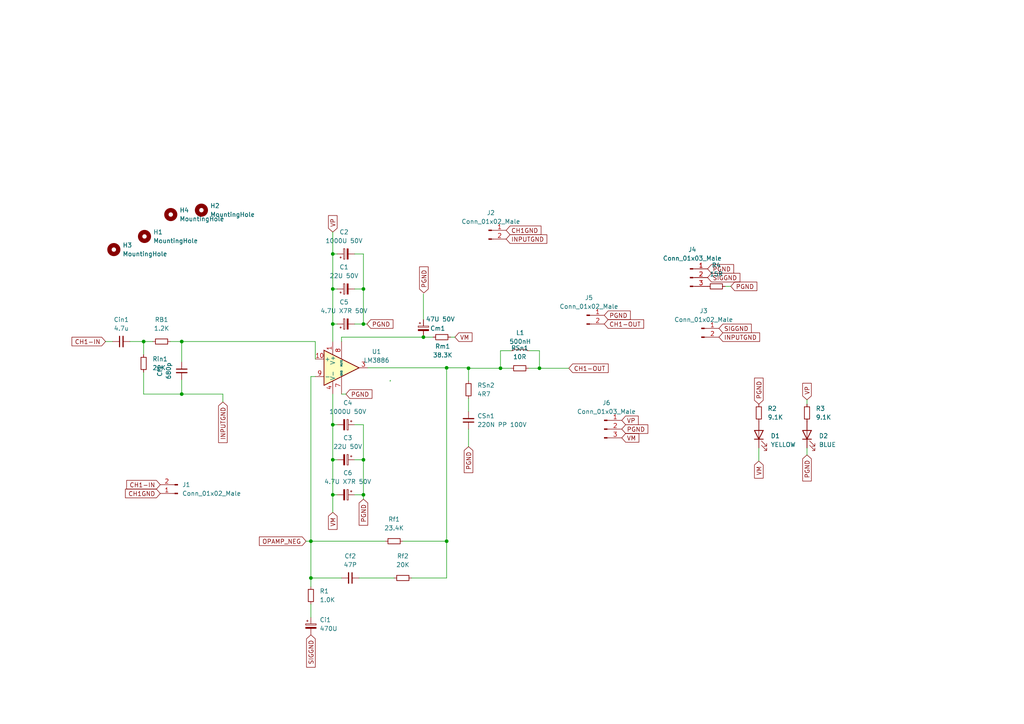
<source format=kicad_sch>
(kicad_sch (version 20231120) (generator "eeschema") (generator_version "8.0")
  (paper "A4")
  (lib_symbols
    (symbol "Amplifier_Audio:LM3886" (pin_names (offset 0.127))
      (property "Reference" "U" (at 5.08 6.35 0))
      (property "Value" "LM3886" (at 5.08 3.81 0))
      (symbol "LM3886_0_1"
        (polyline (pts (xy -5.08 5.08) (xy 5.08 0) (xy -5.08 -5.08) (xy -5.08 5.08)) (stroke (width 0.254)) (fill (type background)))
      )
      (symbol "LM3886_1_1"
        (pin power_in line (at -2.54 7.62 270) (length 3.81) (name "V+") (number "1"))
        (pin input line (at -7.62 2.54 0) (length 2.54) (name "+") (number "10"))
        (pin no_connect line (at 2.54 2.54 270) (length 2.54) hide (name "NC") (number "11"))
        (pin no_connect line (at -2.54 2.54 270) (length 2.54) hide (name "NC") (number "2"))
        (pin output line (at 7.62 0 180) (length 2.54) (name "~") (number "3"))
        (pin power_in line (at -2.54 -7.62 90) (length 3.81) (name "V-") (number "4"))
        (pin passive line (at -2.54 7.62 270) (length 3.81) hide (name "V+") (number "5"))
        (pin no_connect line (at 0 2.54 270) (length 2.54) hide (name "NC") (number "6"))
        (pin power_in line (at 0 -7.62 90) (length 5.08) (name "GND") (number "7"))
        (pin input line (at 0 7.62 270) (length 5.08) (name "MUTE") (number "8"))
        (pin input line (at -7.62 -2.54 0) (length 2.54) (name "-") (number "9"))
      )
    )
    (symbol "Connector:Conn_01x02_Male" (pin_names (offset 1.016) hide)
      (property "Reference" "J" (at 0 2.54 0))
      (property "Value" "Conn_01x02_Male" (at 0 -5.08 0))
      (symbol "Conn_01x02_Male_1_1"
        (polyline (pts (xy 1.27 -2.54) (xy 0.8636 -2.54)) (stroke (width 0.1524)))
        (polyline (pts (xy 1.27 0) (xy 0.8636 0)) (stroke (width 0.1524)))
        (rectangle (start 0.8636 -2.413) (end 0 -2.667) (stroke (width 0.1524)) (fill (type outline)))
        (rectangle (start 0.8636 0.127) (end 0 -0.127) (stroke (width 0.1524)) (fill (type outline)))
        (pin passive line (at 5.08 0 180) (length 3.81) (name "Pin_1") (number "1"))
        (pin passive line (at 5.08 -2.54 180) (length 3.81) (name "Pin_2") (number "2"))
      )
    )
    (symbol "Connector:Conn_01x03_Male" (pin_names (offset 1.016) hide)
      (property "Reference" "J" (at 0 5.08 0))
      (property "Value" "Conn_01x03_Male" (at 0 -5.08 0))
      (symbol "Conn_01x03_Male_1_1"
        (polyline (pts (xy 1.27 -2.54) (xy 0.8636 -2.54)) (stroke (width 0.1524)))
        (polyline (pts (xy 1.27 0) (xy 0.8636 0)) (stroke (width 0.1524)))
        (polyline (pts (xy 1.27 2.54) (xy 0.8636 2.54)) (stroke (width 0.1524)))
        (rectangle (start 0.8636 -2.413) (end 0 -2.667) (stroke (width 0.1524)) (fill (type outline)))
        (rectangle (start 0.8636 0.127) (end 0 -0.127) (stroke (width 0.1524)) (fill (type outline)))
        (rectangle (start 0.8636 2.667) (end 0 2.413) (stroke (width 0.1524)) (fill (type outline)))
        (pin passive line (at 5.08 2.54 180) (length 3.81) (name "Pin_1") (number "1"))
        (pin passive line (at 5.08 0 180) (length 3.81) (name "Pin_2") (number "2"))
        (pin passive line (at 5.08 -2.54 180) (length 3.81) (name "Pin_3") (number "3"))
      )
    )
    (symbol "Device:C_Polarized_Small" (pin_numbers hide) (pin_names (offset 0.254) hide)
      (property "Reference" "C" (at 0.254 1.778 0))
      (property "Value" "C_Polarized_Small" (at 0.254 -2.032 0))
      (symbol "C_Polarized_Small_0_1"
        (rectangle (start -1.524 -0.3048) (end 1.524 -0.6858) (fill (type outline)))
        (rectangle (start -1.524 0.6858) (end 1.524 0.3048))
        (polyline (pts (xy -1.27 1.524) (xy -0.762 1.524)))
        (polyline (pts (xy -1.016 1.27) (xy -1.016 1.778)))
      )
      (symbol "C_Polarized_Small_1_1"
        (pin passive line (at 0 2.54 270) (length 1.8542) (name "~") (number "1"))
        (pin passive line (at 0 -2.54 90) (length 1.8542) (name "~") (number "2"))
      )
    )
    (symbol "Device:C_Small" (pin_numbers hide) (pin_names (offset 0.254) hide)
      (property "Reference" "C" (at 0.254 1.778 0))
      (property "Value" "C_Small" (at 0.254 -2.032 0))
      (symbol "C_Small_0_1"
        (polyline (pts (xy -1.524 -0.508) (xy 1.524 -0.508)) (stroke (width 0.3302)))
        (polyline (pts (xy -1.524 0.508) (xy 1.524 0.508)) (stroke (width 0.3048)))
      )
      (symbol "C_Small_1_1"
        (pin passive line (at 0 2.54 270) (length 2.032) (name "~") (number "1"))
        (pin passive line (at 0 -2.54 90) (length 2.032) (name "~") (number "2"))
      )
    )
    (symbol "Device:LED" (pin_numbers hide) (pin_names (offset 1.016) hide)
      (property "Reference" "D" (at 0 2.54 0))
      (property "Value" "LED" (at 0 -2.54 0))
      (symbol "LED_0_1"
        (polyline (pts (xy -1.27 -1.27) (xy -1.27 1.27)) (stroke (width 0.254)))
        (polyline (pts (xy -1.27 0) (xy 1.27 0)))
        (polyline (pts (xy 1.27 -1.27) (xy 1.27 1.27) (xy -1.27 0) (xy 1.27 -1.27)) (stroke (width 0.254)))
        (polyline (pts (xy -3.048 -0.762) (xy -4.572 -2.286) (xy -3.81 -2.286) (xy -4.572 -2.286) (xy -4.572 -1.524)))
        (polyline (pts (xy -1.778 -0.762) (xy -3.302 -2.286) (xy -2.54 -2.286) (xy -3.302 -2.286) (xy -3.302 -1.524)))
      )
      (symbol "LED_1_1"
        (pin passive line (at -3.81 0 0) (length 2.54) (name "K") (number "1"))
        (pin passive line (at 3.81 0 180) (length 2.54) (name "A") (number "2"))
      )
    )
    (symbol "Device:L_Small" (pin_numbers hide) (pin_names (offset 0.254) hide)
      (property "Reference" "L" (at 0.762 1.016 0))
      (property "Value" "L_Small" (at 0.762 -1.016 0))
      (symbol "L_Small_0_1"
        (arc (start 0 -2.032) (mid 0.5058 -1.524) (end 0 -1.016))
        (arc (start 0 -1.016) (mid 0.5058 -0.508) (end 0 0))
        (arc (start 0 0) (mid 0.5058 0.508) (end 0 1.016))
        (arc (start 0 1.016) (mid 0.5058 1.524) (end 0 2.032))
      )
      (symbol "L_Small_1_1"
        (pin passive line (at 0 2.54 270) (length 0.508) (name "~") (number "1"))
        (pin passive line (at 0 -2.54 90) (length 0.508) (name "~") (number "2"))
      )
    )
    (symbol "Device:R_Small" (pin_numbers hide) (pin_names (offset 0.254) hide)
      (property "Reference" "R" (at 0.762 0.508 0))
      (property "Value" "R_Small" (at 0.762 -1.016 0))
      (symbol "R_Small_0_1"
        (rectangle (start -0.762 1.778) (end 0.762 -1.778) (stroke (width 0.2032)))
      )
      (symbol "R_Small_1_1"
        (pin passive line (at 0 2.54 270) (length 0.762) (name "~") (number "1"))
        (pin passive line (at 0 -2.54 90) (length 0.762) (name "~") (number "2"))
      )
    )
    (symbol "Mechanical:MountingHole" (pin_names (offset 1.016))
      (property "Reference" "H" (at 0 5.08 0))
      (property "Value" "MountingHole" (at 0 3.175 0))
      (symbol "MountingHole_0_1"
        (circle (center 0 0) (radius 1.27) (stroke (width 1.27)))
      )
    )
  )
  (junction (at 96.52 83.82))
  (junction (at 145.161 106.807))
  (junction (at 129.54 106.68))
  (junction (at 96.52 123.19))
  (junction (at 156.464 106.807))
  (junction (at 135.89 106.807))
  (junction (at 52.705 114.3))
  (junction (at 129.54 156.972))
  (junction (at 90.17 156.972))
  (junction (at 105.41 83.82))
  (junction (at 90.17 167.64))
  (junction (at 122.809 97.79))
  (junction (at 105.41 93.98))
  (junction (at 96.52 73.66))
  (junction (at 41.656 99.06))
  (junction (at 105.41 133.35))
  (junction (at 52.705 99.06))
  (junction (at 96.52 143.51))
  (junction (at 96.52 93.98))
  (junction (at 96.52 133.35))
  (junction (at 105.41 143.51))
  (wire (pts (xy 90.17 156.972) (xy 90.17 167.64)))
  (wire (pts (xy 116.84 156.972) (xy 129.54 156.972)))
  (wire (pts (xy 102.87 133.35) (xy 105.41 133.35)))
  (wire (pts (xy 122.809 97.79) (xy 125.603 97.79)))
  (wire (pts (xy 105.41 83.82) (xy 105.41 93.98)))
  (wire (pts (xy 52.705 99.06) (xy 91.44 99.06)))
  (wire (pts (xy 135.89 115.57) (xy 135.89 119.38)))
  (wire (pts (xy 90.17 156.972) (xy 111.76 156.972)))
  (wire (pts (xy 130.683 97.79) (xy 131.953 97.79)))
  (wire (pts (xy 41.656 114.3) (xy 52.705 114.3)))
  (wire (pts (xy 88.773 156.972) (xy 90.17 156.972)))
  (wire (pts (xy 96.52 133.35) (xy 96.52 143.51)))
  (wire (pts (xy 96.52 123.19) (xy 96.52 133.35)))
  (wire (pts (xy 122.809 85.217) (xy 122.809 92.71)))
  (wire (pts (xy 113.157 110.363) (xy 113.284 110.363)))
  (wire (pts (xy 105.41 143.51) (xy 105.41 144.78)))
  (wire (pts (xy 129.54 106.68) (xy 129.54 156.972)))
  (wire (pts (xy 91.44 99.06) (xy 91.44 104.14)))
  (wire (pts (xy 96.52 133.35) (xy 97.79 133.35)))
  (wire (pts (xy 129.54 156.972) (xy 129.54 167.64)))
  (wire (pts (xy 105.41 73.66) (xy 105.41 83.82)))
  (wire (pts (xy 90.17 109.22) (xy 90.17 156.972)))
  (wire (pts (xy 119.38 167.64) (xy 129.54 167.64)))
  (wire (pts (xy 105.41 93.98) (xy 106.426 93.98)))
  (wire (pts (xy 113.157 110.617) (xy 113.157 110.363)))
  (wire (pts (xy 96.52 143.51) (xy 97.79 143.51)))
  (wire (pts (xy 99.06 114.3) (xy 100.33 114.3)))
  (wire (pts (xy 102.87 73.66) (xy 105.41 73.66)))
  (wire (pts (xy 156.464 106.807) (xy 164.973 106.807)))
  (wire (pts (xy 30.607 99.06) (xy 32.639 99.06)))
  (wire (pts (xy 99.06 97.79) (xy 122.809 97.79)))
  (wire (pts (xy 135.89 106.807) (xy 135.89 110.49)))
  (wire (pts (xy 49.403 99.06) (xy 52.705 99.06)))
  (wire (pts (xy 41.656 99.06) (xy 41.656 102.87)))
  (wire (pts (xy 156.464 101.727) (xy 156.464 106.807)))
  (wire (pts (xy 52.705 114.3) (xy 64.643 114.3)))
  (wire (pts (xy 129.54 106.68) (xy 135.89 106.68)))
  (wire (pts (xy 96.52 83.82) (xy 97.79 83.82)))
  (wire (pts (xy 153.289 106.807) (xy 156.464 106.807)))
  (wire (pts (xy 99.06 167.64) (xy 90.17 167.64)))
  (wire (pts (xy 102.87 143.51) (xy 105.41 143.51)))
  (wire (pts (xy 153.416 101.727) (xy 156.464 101.727)))
  (wire (pts (xy 52.705 110.109) (xy 52.705 114.3)))
  (wire (pts (xy 148.336 101.727) (xy 145.161 101.727)))
  (wire (pts (xy 145.161 106.807) (xy 148.209 106.807)))
  (wire (pts (xy 105.41 133.35) (xy 105.41 143.51)))
  (wire (pts (xy 135.89 106.807) (xy 135.89 106.68)))
  (wire (pts (xy 96.52 73.66) (xy 96.52 83.82)))
  (wire (pts (xy 96.52 73.66) (xy 97.79 73.66)))
  (wire (pts (xy 105.41 123.19) (xy 105.41 133.35)))
  (wire (pts (xy 135.89 106.807) (xy 145.161 106.807)))
  (wire (pts (xy 220.091 133.731) (xy 220.091 129.921)))
  (wire (pts (xy 234.061 131.953) (xy 234.061 129.921)))
  (wire (pts (xy 41.656 107.95) (xy 41.656 114.3)))
  (wire (pts (xy 37.719 99.06) (xy 41.656 99.06)))
  (wire (pts (xy 91.44 109.22) (xy 90.17 109.22)))
  (wire (pts (xy 96.52 83.82) (xy 96.52 93.98)))
  (wire (pts (xy 135.89 124.46) (xy 135.89 129.54)))
  (wire (pts (xy 96.52 123.19) (xy 97.79 123.19)))
  (wire (pts (xy 99.06 97.79) (xy 99.06 99.06)))
  (wire (pts (xy 102.87 83.82) (xy 105.41 83.82)))
  (wire (pts (xy 210.312 83.058) (xy 211.963 83.058)))
  (wire (pts (xy 90.17 175.26) (xy 90.17 179.07)))
  (wire (pts (xy 90.17 167.64) (xy 90.17 170.18)))
  (wire (pts (xy 102.87 93.98) (xy 105.41 93.98)))
  (wire (pts (xy 96.52 114.3) (xy 96.52 123.19)))
  (wire (pts (xy 106.68 106.68) (xy 129.54 106.68)))
  (wire (pts (xy 96.52 93.98) (xy 97.79 93.98)))
  (wire (pts (xy 96.52 143.51) (xy 96.52 148.59)))
  (wire (pts (xy 52.705 99.06) (xy 52.705 105.029)))
  (wire (pts (xy 64.643 114.3) (xy 64.643 116.586)))
  (wire (pts (xy 104.14 167.64) (xy 114.3 167.64)))
  (wire (pts (xy 145.161 101.727) (xy 145.161 106.807)))
  (wire (pts (xy 102.87 123.19) (xy 105.41 123.19)))
  (wire (pts (xy 234.061 115.951) (xy 234.061 117.221)))
  (wire (pts (xy 41.656 99.06) (xy 44.323 99.06)))
  (wire (pts (xy 96.52 93.98) (xy 96.52 99.06)))
  (wire (pts (xy 96.52 67.31) (xy 96.52 73.66)))
  (global_label "CH1-OUT" (shape input) (at 164.973 106.807 0) (property "Intersheetrefs" "${INTERSHEET_REFS}" (effects (hide yes))))
  (global_label "VP" (shape input) (at 234.061 115.951 90) (property "Intersheetrefs" "${INTERSHEET_REFS}" (effects (hide yes))))
  (global_label "PGND" (shape input) (at 234.061 131.953 270) (property "Intersheetrefs" "${INTERSHEET_REFS}" (effects (hide yes))))
  (global_label "PGND" (shape input) (at 105.41 144.78 270) (property "Intersheetrefs" "${INTERSHEET_REFS}" (effects (hide yes))))
  (global_label "CH1-IN" (shape input) (at 46.482 140.589 180) (property "Intersheetrefs" "${INTERSHEET_REFS}" (effects (hide yes))))
  (global_label "PGND" (shape input) (at 180.34 124.46 0) (property "Intersheetrefs" "${INTERSHEET_REFS}" (effects (hide yes))))
  (global_label "CH1-IN" (shape input) (at 30.607 99.06 180) (property "Intersheetrefs" "${INTERSHEET_REFS}" (effects (hide yes))))
  (global_label "PGND" (shape input) (at 211.963 83.058 0) (property "Intersheetrefs" "${INTERSHEET_REFS}" (effects (hide yes))))
  (global_label "VP" (shape input) (at 180.34 121.92 0) (property "Intersheetrefs" "${INTERSHEET_REFS}" (effects (hide yes))))
  (global_label "SIGGND" (shape input) (at 90.17 184.15 270) (property "Intersheetrefs" "${INTERSHEET_REFS}" (effects (hide yes))))
  (global_label "SIGGND" (shape input) (at 205.232 80.518 0) (property "Intersheetrefs" "${INTERSHEET_REFS}" (effects (hide yes))))
  (global_label "OPAMP_NEG" (shape input) (at 88.773 156.972 180) (property "Intersheetrefs" "${INTERSHEET_REFS}" (effects (hide yes))))
  (global_label "PGND" (shape input) (at 122.936 84.963 90) (property "Intersheetrefs" "${INTERSHEET_REFS}" (effects (hide yes))))
  (global_label "PGND" (shape input) (at 205.232 77.978 0) (property "Intersheetrefs" "${INTERSHEET_REFS}" (effects (hide yes))))
  (global_label "VM" (shape input) (at 180.34 127 0) (property "Intersheetrefs" "${INTERSHEET_REFS}" (effects (hide yes))))
  (global_label "INPUTGND" (shape input) (at 146.812 69.342 0) (property "Intersheetrefs" "${INTERSHEET_REFS}" (effects (hide yes))))
  (global_label "PGND" (shape input) (at 100.33 114.3 0) (property "Intersheetrefs" "${INTERSHEET_REFS}" (effects (hide yes))))
  (global_label "VM" (shape input) (at 220.091 133.731 270) (property "Intersheetrefs" "${INTERSHEET_REFS}" (effects (hide yes))))
  (global_label "VP" (shape input) (at 96.52 67.31 90) (property "Intersheetrefs" "${INTERSHEET_REFS}" (effects (hide yes))))
  (global_label "SIGGND" (shape input) (at 208.534 95.25 0) (property "Intersheetrefs" "${INTERSHEET_REFS}" (effects (hide yes))))
  (global_label "PGND" (shape input) (at 220.091 117.221 90) (property "Intersheetrefs" "${INTERSHEET_REFS}" (effects (hide yes))))
  (global_label "CH1GND" (shape input) (at 46.482 143.129 180) (property "Intersheetrefs" "${INTERSHEET_REFS}" (effects (hide yes))))
  (global_label "CH1GND" (shape input) (at 146.812 66.802 0) (property "Intersheetrefs" "${INTERSHEET_REFS}" (effects (hide yes))))
  (global_label "PGND" (shape input) (at 106.426 93.98 0) (property "Intersheetrefs" "${INTERSHEET_REFS}" (effects (hide yes))))
  (global_label "INPUTGND" (shape input) (at 64.643 116.586 270) (property "Intersheetrefs" "${INTERSHEET_REFS}" (effects (hide yes))))
  (global_label "VM" (shape input) (at 131.953 97.79 0) (property "Intersheetrefs" "${INTERSHEET_REFS}" (effects (hide yes))))
  (global_label "VM" (shape input) (at 96.52 148.59 270) (property "Intersheetrefs" "${INTERSHEET_REFS}" (effects (hide yes))))
  (global_label "CH1-OUT" (shape input) (at 175.26 93.98 0) (property "Intersheetrefs" "${INTERSHEET_REFS}" (effects (hide yes))))
  (global_label "INPUTGND" (shape input) (at 208.534 97.79 0) (property "Intersheetrefs" "${INTERSHEET_REFS}" (effects (hide yes))))
  (global_label "PGND" (shape input) (at 175.26 91.44 0) (property "Intersheetrefs" "${INTERSHEET_REFS}" (effects (hide yes))))
  (global_label "PGND" (shape input) (at 135.89 129.54 270) (property "Intersheetrefs" "${INTERSHEET_REFS}" (effects (hide yes))))
  (symbol (lib_id "Connector:Conn_01x03_Male") (at 175.26 124.46 0) (unit 1)
    (property "Reference" "J6" (at 175.895 116.84 0))
    (property "Value" "Conn_01x03_Male" (at 175.895 119.38 0))
    (property "Footprint" "Connector_JST:JST_VH_B3P-VH-B_1x03_P3.96mm_Vertical" (effects (hide yes)))
  )
  (symbol (lib_id "Device:R_Small") (at 234.061 119.761 180) (unit 1)
    (property "Reference" "R3" (at 236.601 118.4909 0) (effects (justify right)))
    (property "Value" "9.1K" (at 236.601 121.0309 0) (effects (justify right)))
    (property "Footprint" "Resistor_SMD:R_0805_2012Metric_Pad1.20x1.40mm_HandSolder" (effects (hide yes)))
  )
  (symbol (lib_id "Device:C_Polarized_Small") (at 100.33 143.51 270) (unit 1)
    (property "Reference" "C6" (at 100.8761 137.16 90))
    (property "Value" "4.7U X7R 50V" (at 100.8761 139.7 90))
    (property "Footprint" "Capacitor_SMD:C_1206_3216Metric_Pad1.33x1.80mm_HandSolder" (effects (hide yes)))
  )
  (symbol (lib_id "Mechanical:MountingHole") (at 49.53 62.23 0) (unit 1)
    (property "Reference" "H4" (at 52.07 60.9599 0) (effects (justify left)))
    (property "Value" "MountingHole" (at 52.07 63.4999 0) (effects (justify left)))
    (property "Footprint" "MountingHole:MountingHole_3mm" (effects (hide yes)))
  )
  (symbol (lib_id "Device:R_Small") (at 207.772 83.058 90) (unit 1)
    (property "Reference" "R4" (at 207.772 76.962 90))
    (property "Value" "15R" (at 207.772 79.502 90))
    (property "Footprint" "Resistor_SMD:R_0805_2012Metric_Pad1.20x1.40mm_HandSolder" (effects (hide yes)))
  )
  (symbol (lib_id "Device:C_Polarized_Small") (at 90.17 181.61 0) (unit 1)
    (property "Reference" "Ci1" (at 92.71 179.7938 0) (effects (justify left)))
    (property "Value" "470U" (at 92.71 182.3338 0) (effects (justify left)))
    (property "Footprint" "Capacitor_THT:CP_Radial_D12.5mm_P5.00mm" (effects (hide yes)))
  )
  (symbol (lib_id "Device:R_Small") (at 135.89 113.03 180) (unit 1)
    (property "Reference" "RSn2" (at 138.43 111.7599 0) (effects (justify right)))
    (property "Value" "4R7" (at 138.43 114.2999 0) (effects (justify right)))
    (property "Footprint" "Resistor_THT:R_Axial_DIN0411_L9.9mm_D3.6mm_P12.70mm_Horizontal" (effects (hide yes)))
  )
  (symbol (lib_id "Device:R_Small") (at 114.3 156.972 270) (unit 1)
    (property "Reference" "Rf1" (at 114.3 150.622 90))
    (property "Value" "23.4K" (at 114.3 153.162 90))
    (property "Footprint" "Resistor_SMD:R_1206_3216Metric_Pad1.30x1.75mm_HandSolder" (effects (hide yes)))
  )
  (symbol (lib_id "Connector:Conn_01x02_Male") (at 51.562 143.129 180) (unit 1)
    (property "Reference" "J1" (at 52.832 140.5889 0) (effects (justify right)))
    (property "Value" "Conn_01x02_Male" (at 52.832 143.1289 0) (effects (justify right)))
    (property "Footprint" "Connector_JST:JST_PH_B2B-PH-K_1x02_P2.00mm_Vertical" (effects (hide yes)))
  )
  (symbol (lib_id "Device:R_Small") (at 90.17 172.72 0) (unit 1)
    (property "Reference" "R1" (at 92.71 171.4499 0) (effects (justify left)))
    (property "Value" "1.0K" (at 92.71 173.9899 0) (effects (justify left)))
    (property "Footprint" "Resistor_SMD:R_1206_3216Metric_Pad1.30x1.75mm_HandSolder" (effects (hide yes)))
  )
  (symbol (lib_id "Device:C_Small") (at 35.179 99.06 90) (unit 1)
    (property "Reference" "Cin1" (at 35.1853 92.71 90))
    (property "Value" "4.7u" (at 35.1853 95.25 90))
    (property "Footprint" "Components:4.7uF Polypropylene Aliexpress" (effects (hide yes)))
  )
  (symbol (lib_id "Mechanical:MountingHole") (at 33.02 72.39 0) (unit 1)
    (property "Reference" "H3" (at 35.56 71.1199 0) (effects (justify left)))
    (property "Value" "MountingHole" (at 35.56 73.6599 0) (effects (justify left)))
    (property "Footprint" "MountingHole:MountingHole_3mm" (effects (hide yes)))
  )
  (symbol (lib_id "Device:C_Small") (at 52.705 107.569 0) (unit 1)
    (property "Reference" "Cf1" (at 46.355 107.5754 90))
    (property "Value" "680p" (at 48.895 107.5754 90))
    (property "Footprint" "Capacitor_SMD:C_1206_3216Metric_Pad1.33x1.80mm_HandSolder" (effects (hide yes)))
  )
  (symbol (lib_id "Device:R_Small") (at 116.84 167.64 270) (unit 1)
    (property "Reference" "Rf2" (at 116.84 161.29 90))
    (property "Value" "20K" (at 116.84 163.83 90))
    (property "Footprint" "Resistor_SMD:R_1206_3216Metric_Pad1.30x1.75mm_HandSolder" (effects (hide yes)))
  )
  (symbol (lib_id "Device:R_Small") (at 220.091 119.761 180) (unit 1)
    (property "Reference" "R2" (at 222.631 118.4909 0) (effects (justify right)))
    (property "Value" "9.1K" (at 222.631 121.0309 0) (effects (justify right)))
    (property "Footprint" "Resistor_SMD:R_0805_2012Metric_Pad1.20x1.40mm_HandSolder" (effects (hide yes)))
  )
  (symbol (lib_id "Mechanical:MountingHole") (at 41.91 68.58 0) (unit 1)
    (property "Reference" "H1" (at 44.45 67.3099 0) (effects (justify left)))
    (property "Value" "MountingHole" (at 44.45 69.8499 0) (effects (justify left)))
    (property "Footprint" "MountingHole:MountingHole_3mm" (effects (hide yes)))
  )
  (symbol (lib_id "Device:LED") (at 220.091 126.111 90) (unit 1)
    (property "Reference" "D1" (at 223.52 126.4284 90) (effects (justify right)))
    (property "Value" "YELLOW" (at 223.52 128.9684 90) (effects (justify right)))
    (property "Footprint" "LED_SMD:LED_0805_2012Metric_Pad1.15x1.40mm_HandSolder" (effects (hide yes)))
  )
  (symbol (lib_id "Device:R_Small") (at 41.656 105.41 180) (unit 1)
    (property "Reference" "Rin1" (at 44.196 104.1399 0) (effects (justify right)))
    (property "Value" "20K" (at 44.196 106.6799 0) (effects (justify right)))
    (property "Footprint" "Resistor_SMD:R_1206_3216Metric_Pad1.30x1.75mm_HandSolder" (effects (hide yes)))
  )
  (symbol (lib_id "Device:C_Small") (at 101.6 167.64 270) (unit 1)
    (property "Reference" "Cf2" (at 101.5936 161.29 90))
    (property "Value" "47P" (at 101.5936 163.83 90))
    (property "Footprint" "Capacitor_SMD:C_1206_3216Metric_Pad1.33x1.80mm_HandSolder" (effects (hide yes)))
  )
  (symbol (lib_id "Device:R_Small") (at 150.749 106.807 270) (unit 1)
    (property "Reference" "RSn1" (at 150.749 100.965 90))
    (property "Value" "10R" (at 150.749 103.505 90))
    (property "Footprint" "Resistor_SMD:R_4020_10251Metric_Pad1.65x5.30mm_HandSolder" (effects (hide yes)))
  )
  (symbol (lib_id "Connector:Conn_01x02_Male") (at 141.732 66.802 0) (unit 1)
    (property "Reference" "J2" (at 142.367 61.722 0))
    (property "Value" "Conn_01x02_Male" (at 142.367 64.262 0))
    (property "Footprint" "Connector_PinHeader_2.54mm:PinHeader_1x02_P2.54mm_Vertical" (effects (hide yes)))
  )
  (symbol (lib_id "Mechanical:MountingHole") (at 58.42 60.96 0) (unit 1)
    (property "Reference" "H2" (at 60.96 59.6899 0) (effects (justify left)))
    (property "Value" "MountingHole" (at 60.96 62.2299 0) (effects (justify left)))
    (property "Footprint" "MountingHole:MountingHole_3mm" (effects (hide yes)))
  )
  (symbol (lib_id "Connector:Conn_01x02_Male") (at 170.18 91.44 0) (unit 1)
    (property "Reference" "J5" (at 170.815 86.36 0))
    (property "Value" "Conn_01x02_Male" (at 170.815 88.9 0))
    (property "Footprint" "Connector_JST:JST_VH_B2P-VH_1x02_P3.96mm_Vertical" (effects (hide yes)))
  )
  (symbol (lib_id "Connector:Conn_01x02_Male") (at 203.454 95.25 0) (unit 1)
    (property "Reference" "J3" (at 204.089 90.17 0))
    (property "Value" "Conn_01x02_Male" (at 204.089 92.71 0))
    (property "Footprint" "Connector_PinHeader_2.54mm:PinHeader_1x02_P2.54mm_Vertical" (effects (hide yes)))
  )
  (symbol (lib_id "Device:C_Polarized_Small") (at 100.33 83.82 90) (unit 1)
    (property "Reference" "C1" (at 99.7839 77.47 90))
    (property "Value" "22U 50V" (at 99.7839 80.01 90))
    (property "Footprint" "Capacitor_THT:CP_Radial_D6.3mm_P2.50mm" (effects (hide yes)))
  )
  (symbol (lib_id "Device:C_Small") (at 135.89 121.92 180) (unit 1)
    (property "Reference" "CSn1" (at 138.43 120.6435 0) (effects (justify right)))
    (property "Value" "220N PP 100V" (at 138.43 123.1835 0) (effects (justify right)))
    (property "Footprint" "Capacitor_THT:C_Rect_L18.0mm_W7.0mm_P15.00mm_FKS3_FKP3" (effects (hide yes)))
  )
  (symbol (lib_id "Device:R_Small") (at 46.863 99.06 90) (unit 1)
    (property "Reference" "RB1" (at 46.863 92.71 90))
    (property "Value" "1.2K" (at 46.863 95.25 90))
    (property "Footprint" "Resistor_SMD:R_1206_3216Metric_Pad1.30x1.75mm_HandSolder" (effects (hide yes)))
  )
  (symbol (lib_id "Amplifier_Audio:LM3886") (at 99.06 106.68 0) (unit 1)
    (property "Reference" "U1" (at 109.22 101.981 0))
    (property "Value" "LM3886" (at 109.22 104.521 0))
    (property "Footprint" "Package_TO_SOT_THT:TO-220-11_P3.4x5.08mm_StaggerOdd_Lead4.85mm_Vertical" (effects (hide yes)))
    (property "Datasheet" "http://www.ti.com/lit/ds/symlink/lm3886.pdf" (effects (hide yes)))
  )
  (symbol (lib_id "Device:C_Polarized_Small") (at 122.809 95.25 0) (unit 1)
    (property "Reference" "Cm1" (at 129.159 95.25 0) (effects (justify right)))
    (property "Value" "47U 50V" (at 131.953 92.583 0) (effects (justify right)))
    (property "Footprint" "Capacitor_THT:CP_Radial_D6.3mm_P2.50mm" (effects (hide yes)))
  )
  (symbol (lib_id "Device:LED") (at 234.061 126.111 90) (unit 1)
    (property "Reference" "D2" (at 237.49 126.4284 90) (effects (justify right)))
    (property "Value" "BLUE" (at 237.49 128.9684 90) (effects (justify right)))
    (property "Footprint" "LED_SMD:LED_0805_2012Metric_Pad1.15x1.40mm_HandSolder" (effects (hide yes)))
  )
  (symbol (lib_id "Device:C_Polarized_Small") (at 100.33 93.98 90) (unit 1)
    (property "Reference" "C5" (at 99.7839 87.63 90))
    (property "Value" "4.7U X7R 50V" (at 99.7839 90.17 90))
    (property "Footprint" "Capacitor_SMD:C_1206_3216Metric_Pad1.33x1.80mm_HandSolder" (effects (hide yes)))
  )
  (symbol (lib_id "Device:R_Small") (at 128.143 97.79 90) (unit 1)
    (property "Reference" "Rm1" (at 128.397 100.457 90))
    (property "Value" "38.3K" (at 128.397 102.997 90))
    (property "Footprint" "Resistor_SMD:R_1206_3216Metric_Pad1.30x1.75mm_HandSolder" (effects (hide yes)))
  )
  (symbol (lib_id "Connector:Conn_01x03_Male") (at 200.152 80.518 0) (unit 1)
    (property "Reference" "J4" (at 200.787 72.39 0))
    (property "Value" "Conn_01x03_Male" (at 200.787 74.93 0))
    (property "Footprint" "Connector_PinHeader_2.54mm:PinHeader_1x03_P2.54mm_Vertical" (effects (hide yes)))
  )
  (symbol (lib_id "Device:C_Polarized_Small") (at 100.33 123.19 270) (unit 1)
    (property "Reference" "C4" (at 100.8761 116.84 90))
    (property "Value" "1000U 50V" (at 100.8761 119.38 90))
    (property "Footprint" "Capacitor_THT:CP_Radial_D12.5mm_P5.00mm" (effects (hide yes)))
  )
  (symbol (lib_id "Device:C_Polarized_Small") (at 100.33 133.35 270) (unit 1)
    (property "Reference" "C3" (at 100.8761 127 90))
    (property "Value" "22U 50V" (at 100.8761 129.54 90))
    (property "Footprint" "Capacitor_THT:CP_Radial_D6.3mm_P2.50mm" (effects (hide yes)))
  )
  (symbol (lib_id "Device:L_Small") (at 150.876 101.727 90) (unit 1)
    (property "Reference" "L1" (at 150.876 96.52 90))
    (property "Value" "500nH" (at 150.876 99.06 90))
    (property "Footprint" "Components:500nH Inductor Aliexpress Air Gap" (effects (hide yes)))
  )
  (symbol (lib_id "Device:C_Polarized_Small") (at 100.33 73.66 90) (unit 1)
    (property "Reference" "C2" (at 99.7839 67.31 90))
    (property "Value" "1000U 50V" (at 99.7839 69.85 90))
    (property "Footprint" "Capacitor_THT:CP_Radial_D12.5mm_P5.00mm" (effects (hide yes)))
  )
)
</source>
